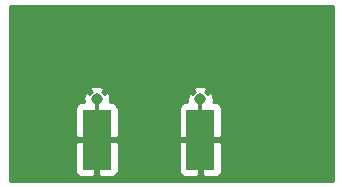
<source format=gbr>
G04 #@! TF.FileFunction,Copper,L2,Bot,Signal*
%FSLAX46Y46*%
G04 Gerber Fmt 4.6, Leading zero omitted, Abs format (unit mm)*
G04 Created by KiCad (PCBNEW 4.0.5) date 02/20/17 22:47:23*
%MOMM*%
%LPD*%
G01*
G04 APERTURE LIST*
%ADD10C,0.100000*%
%ADD11R,2.420000X5.080000*%
%ADD12C,0.970000*%
%ADD13R,0.460000X0.890000*%
%ADD14C,0.355600*%
%ADD15C,0.254000*%
G04 APERTURE END LIST*
D10*
D11*
X137936200Y-96614400D03*
X146696200Y-96614400D03*
D12*
X137936200Y-93174400D03*
X146696200Y-93174400D03*
D13*
X137936200Y-93624400D03*
X146696200Y-93624400D03*
D14*
X141122400Y-85420200D03*
X138912600Y-85394800D03*
D15*
G36*
X157911800Y-100101400D02*
X130556000Y-100101400D01*
X130556000Y-96900150D01*
X136091200Y-96900150D01*
X136091200Y-99280709D01*
X136187873Y-99514098D01*
X136366501Y-99692727D01*
X136599890Y-99789400D01*
X137650450Y-99789400D01*
X137809200Y-99630650D01*
X137809200Y-96741400D01*
X138063200Y-96741400D01*
X138063200Y-99630650D01*
X138221950Y-99789400D01*
X139272510Y-99789400D01*
X139505899Y-99692727D01*
X139684527Y-99514098D01*
X139781200Y-99280709D01*
X139781200Y-96900150D01*
X144851200Y-96900150D01*
X144851200Y-99280709D01*
X144947873Y-99514098D01*
X145126501Y-99692727D01*
X145359890Y-99789400D01*
X146410450Y-99789400D01*
X146569200Y-99630650D01*
X146569200Y-96741400D01*
X146823200Y-96741400D01*
X146823200Y-99630650D01*
X146981950Y-99789400D01*
X148032510Y-99789400D01*
X148265899Y-99692727D01*
X148444527Y-99514098D01*
X148541200Y-99280709D01*
X148541200Y-96900150D01*
X148382450Y-96741400D01*
X146823200Y-96741400D01*
X146569200Y-96741400D01*
X145009950Y-96741400D01*
X144851200Y-96900150D01*
X139781200Y-96900150D01*
X139622450Y-96741400D01*
X138063200Y-96741400D01*
X137809200Y-96741400D01*
X136249950Y-96741400D01*
X136091200Y-96900150D01*
X130556000Y-96900150D01*
X130556000Y-93948091D01*
X136091200Y-93948091D01*
X136091200Y-96328650D01*
X136249950Y-96487400D01*
X137809200Y-96487400D01*
X137809200Y-96467400D01*
X138063200Y-96467400D01*
X138063200Y-96487400D01*
X139622450Y-96487400D01*
X139781200Y-96328650D01*
X139781200Y-93948091D01*
X144851200Y-93948091D01*
X144851200Y-96328650D01*
X145009950Y-96487400D01*
X146569200Y-96487400D01*
X146569200Y-96467400D01*
X146823200Y-96467400D01*
X146823200Y-96487400D01*
X148382450Y-96487400D01*
X148541200Y-96328650D01*
X148541200Y-93948091D01*
X148444527Y-93714702D01*
X148265899Y-93536073D01*
X148032510Y-93439400D01*
X147788329Y-93439400D01*
X147829349Y-93315836D01*
X147797218Y-92871432D01*
X147688968Y-92610092D01*
X147475400Y-92574805D01*
X147347515Y-92702690D01*
X147285899Y-92641073D01*
X147119038Y-92571957D01*
X147295795Y-92395200D01*
X147260508Y-92181632D01*
X146837636Y-92041251D01*
X146393232Y-92073382D01*
X146131892Y-92181632D01*
X146096605Y-92395200D01*
X146273362Y-92571957D01*
X146106501Y-92641073D01*
X146044885Y-92702690D01*
X145917000Y-92574805D01*
X145703432Y-92610092D01*
X145563051Y-93032964D01*
X145592437Y-93439400D01*
X145359890Y-93439400D01*
X145126501Y-93536073D01*
X144947873Y-93714702D01*
X144851200Y-93948091D01*
X139781200Y-93948091D01*
X139684527Y-93714702D01*
X139505899Y-93536073D01*
X139272510Y-93439400D01*
X139028329Y-93439400D01*
X139069349Y-93315836D01*
X139037218Y-92871432D01*
X138928968Y-92610092D01*
X138715400Y-92574805D01*
X138587515Y-92702690D01*
X138525899Y-92641073D01*
X138359038Y-92571957D01*
X138535795Y-92395200D01*
X138500508Y-92181632D01*
X138077636Y-92041251D01*
X137633232Y-92073382D01*
X137371892Y-92181632D01*
X137336605Y-92395200D01*
X137513362Y-92571957D01*
X137346501Y-92641073D01*
X137284885Y-92702690D01*
X137157000Y-92574805D01*
X136943432Y-92610092D01*
X136803051Y-93032964D01*
X136832437Y-93439400D01*
X136599890Y-93439400D01*
X136366501Y-93536073D01*
X136187873Y-93714702D01*
X136091200Y-93948091D01*
X130556000Y-93948091D01*
X130556000Y-85267800D01*
X157911800Y-85267800D01*
X157911800Y-100101400D01*
X157911800Y-100101400D01*
G37*
X157911800Y-100101400D02*
X130556000Y-100101400D01*
X130556000Y-96900150D01*
X136091200Y-96900150D01*
X136091200Y-99280709D01*
X136187873Y-99514098D01*
X136366501Y-99692727D01*
X136599890Y-99789400D01*
X137650450Y-99789400D01*
X137809200Y-99630650D01*
X137809200Y-96741400D01*
X138063200Y-96741400D01*
X138063200Y-99630650D01*
X138221950Y-99789400D01*
X139272510Y-99789400D01*
X139505899Y-99692727D01*
X139684527Y-99514098D01*
X139781200Y-99280709D01*
X139781200Y-96900150D01*
X144851200Y-96900150D01*
X144851200Y-99280709D01*
X144947873Y-99514098D01*
X145126501Y-99692727D01*
X145359890Y-99789400D01*
X146410450Y-99789400D01*
X146569200Y-99630650D01*
X146569200Y-96741400D01*
X146823200Y-96741400D01*
X146823200Y-99630650D01*
X146981950Y-99789400D01*
X148032510Y-99789400D01*
X148265899Y-99692727D01*
X148444527Y-99514098D01*
X148541200Y-99280709D01*
X148541200Y-96900150D01*
X148382450Y-96741400D01*
X146823200Y-96741400D01*
X146569200Y-96741400D01*
X145009950Y-96741400D01*
X144851200Y-96900150D01*
X139781200Y-96900150D01*
X139622450Y-96741400D01*
X138063200Y-96741400D01*
X137809200Y-96741400D01*
X136249950Y-96741400D01*
X136091200Y-96900150D01*
X130556000Y-96900150D01*
X130556000Y-93948091D01*
X136091200Y-93948091D01*
X136091200Y-96328650D01*
X136249950Y-96487400D01*
X137809200Y-96487400D01*
X137809200Y-96467400D01*
X138063200Y-96467400D01*
X138063200Y-96487400D01*
X139622450Y-96487400D01*
X139781200Y-96328650D01*
X139781200Y-93948091D01*
X144851200Y-93948091D01*
X144851200Y-96328650D01*
X145009950Y-96487400D01*
X146569200Y-96487400D01*
X146569200Y-96467400D01*
X146823200Y-96467400D01*
X146823200Y-96487400D01*
X148382450Y-96487400D01*
X148541200Y-96328650D01*
X148541200Y-93948091D01*
X148444527Y-93714702D01*
X148265899Y-93536073D01*
X148032510Y-93439400D01*
X147788329Y-93439400D01*
X147829349Y-93315836D01*
X147797218Y-92871432D01*
X147688968Y-92610092D01*
X147475400Y-92574805D01*
X147347515Y-92702690D01*
X147285899Y-92641073D01*
X147119038Y-92571957D01*
X147295795Y-92395200D01*
X147260508Y-92181632D01*
X146837636Y-92041251D01*
X146393232Y-92073382D01*
X146131892Y-92181632D01*
X146096605Y-92395200D01*
X146273362Y-92571957D01*
X146106501Y-92641073D01*
X146044885Y-92702690D01*
X145917000Y-92574805D01*
X145703432Y-92610092D01*
X145563051Y-93032964D01*
X145592437Y-93439400D01*
X145359890Y-93439400D01*
X145126501Y-93536073D01*
X144947873Y-93714702D01*
X144851200Y-93948091D01*
X139781200Y-93948091D01*
X139684527Y-93714702D01*
X139505899Y-93536073D01*
X139272510Y-93439400D01*
X139028329Y-93439400D01*
X139069349Y-93315836D01*
X139037218Y-92871432D01*
X138928968Y-92610092D01*
X138715400Y-92574805D01*
X138587515Y-92702690D01*
X138525899Y-92641073D01*
X138359038Y-92571957D01*
X138535795Y-92395200D01*
X138500508Y-92181632D01*
X138077636Y-92041251D01*
X137633232Y-92073382D01*
X137371892Y-92181632D01*
X137336605Y-92395200D01*
X137513362Y-92571957D01*
X137346501Y-92641073D01*
X137284885Y-92702690D01*
X137157000Y-92574805D01*
X136943432Y-92610092D01*
X136803051Y-93032964D01*
X136832437Y-93439400D01*
X136599890Y-93439400D01*
X136366501Y-93536073D01*
X136187873Y-93714702D01*
X136091200Y-93948091D01*
X130556000Y-93948091D01*
X130556000Y-85267800D01*
X157911800Y-85267800D01*
X157911800Y-100101400D01*
M02*

</source>
